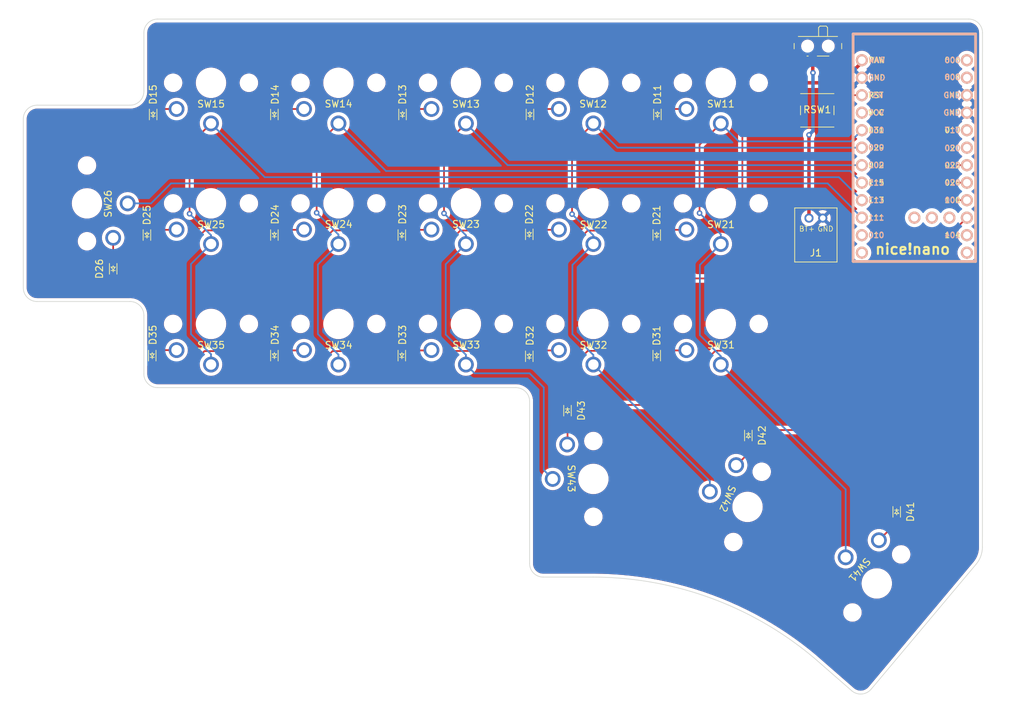
<source format=kicad_pcb>
(kicad_pcb (version 20211014) (generator pcbnew)
  (layers (0 "F.Cu" signal) (31 "B.Cu" signal) (34 "B.Paste" user) (35 "F.Paste" user) (36 "B.SilkS" user "B.Silkscreen") (37 "F.SilkS" user "F.Silkscreen") (38 "B.Mask" user) (39 "F.Mask" user) (44 "Edge.Cuts" user))
  (net 0 "")
  (net 1 "BT+")
  (net 2 "GND")
  (net 3 "row1")
  (net 4 "Net-(D11-Pad2)")
  (net 5 "Net-(D12-Pad2)")
  (net 6 "Net-(D13-Pad2)")
  (net 7 "Net-(D14-Pad2)")
  (net 8 "Net-(D15-Pad2)")
  (net 9 "row2")
  (net 10 "Net-(D21-Pad2)")
  (net 11 "Net-(D22-Pad2)")
  (net 12 "Net-(D23-Pad2)")
  (net 13 "Net-(D24-Pad2)")
  (net 14 "Net-(D25-Pad2)")
  (net 15 "Net-(D26-Pad2)")
  (net 16 "row3")
  (net 17 "Net-(D31-Pad2)")
  (net 18 "Net-(D32-Pad2)")
  (net 19 "Net-(D33-Pad2)")
  (net 20 "Net-(D34-Pad2)")
  (net 21 "Net-(D35-Pad2)")
  (net 22 "row4")
  (net 23 "Net-(D41-Pad2)")
  (net 24 "Net-(D42-Pad2)")
  (net 25 "Net-(D43-Pad2)")
  (net 27 "VCC")
  (net 28 "reset")
  (net 29 "col1")
  (net 30 "col2")
  (net 31 "col3")
  (net 32 "col4")
  (net 33 "col5")
  (net 34 "col6")
  (net 36 "raw")
  (footprint "karn-kicad:kailh-choc-v1-1u-MBK-keycap" (layer "F.Cu") (at 94.5 57.5)
    (fp_text reference "SW24")
    (fp_text value "SW_Push" hide)
  )
  (footprint "karn-kicad:kailh-choc-v1-1u-MBK-keycap" (layer "F.Cu") (at 131.5 57.5)
    (fp_text reference "SW22")
    (fp_text value "SW_Push" hide)
  )
  (footprint "karn-kicad:diode-smd-1N4148X-TP" (layer "F.Cu") (at 140.7 79.5985 90)
    (fp_text reference "D31")
    (fp_text value "D" hide)
  )
  (footprint "karn-kicad:kailh-choc-v1-1_5u-MBK-keycap" (layer "F.Cu") (at 131.5 97.5 -90)
    (fp_text reference "SW43")
    (fp_text value "SW_Push1.5" hide)
  )
  (footprint "karn-kicad:kailh-choc-v1-1u-MBK-keycap" (layer "F.Cu") (at 131.5 40)
    (fp_text reference "SW12")
    (fp_text value "SW_Push" hide)
  )
  (footprint "karn-kicad:diode-smd-1N4148X-TP" (layer "F.Cu") (at 85.2 62.1 90)
    (fp_text reference "D24")
    (fp_text value "D" hide)
  )
  (footprint "karn-kicad:kailh-choc-v1-1u-MBK-keycap" (layer "F.Cu") (at 113 40)
    (fp_text reference "SW13")
    (fp_text value "SW_Push" hide)
  )
  (footprint "karn-kicad:diode-smd-1N4148X-TP" (layer "F.Cu") (at 140.7 62.1 90)
    (fp_text reference "D21")
    (fp_text value "D" hide)
  )
  (footprint "karn-kicad:kailh-choc-v1-1_5u-MBK-keycap" (layer "F.Cu") (at 58.000256 57.5 90)
    (fp_text reference "SW26")
    (fp_text value "SW_Push1.5" hide)
  )
  (footprint "kbd:S2B-PH-K-SLFSN" (layer "F.Cu") (at 162.8 59.639206)
    (fp_text reference "J1")
    (fp_text value "S2B-PH-K-SLFSN" hide)
  )
  (footprint "nice-nano-kicad-master:nice_nano" (layer "F.Cu") (at 178.212809 49.46675)
    (fp_text reference "U1" hide)
    (fp_text value "nice!nano v2" hide)
  )
  (footprint "karn-kicad:kailh-choc-v1-1u-MBK-keycap" (layer "F.Cu") (at 150 57.5)
    (fp_text reference "SW21")
    (fp_text value "SW_Push" hide)
  )
  (footprint "karn-kicad:kailh-choc-v1-1u-MBK-keycap" (layer "F.Cu") (at 94.5 75)
    (fp_text reference "SW34")
    (fp_text value "SW_Push" hide)
  )
  (footprint "karn-kicad:diode-smd-1N4148X-TP" (layer "F.Cu") (at 85.2 44.6 90)
    (fp_text reference "D14")
    (fp_text value "D" hide)
  )
  (footprint "karn-kicad:kailh-choc-v1-1u-MBK-keycap" (layer "F.Cu") (at 150 75)
    (fp_text reference "SW31")
    (fp_text value "SW_Push" hide)
  )
  (footprint "karn-kicad:diode-smd-1N4148X-TP" (layer "F.Cu") (at 154 91.2 -90)
    (fp_text reference "D42")
    (fp_text value "D" hide)
  )
  (footprint "karn-kicad:diode-smd-1N4148X-TP" (layer "F.Cu") (at 61.8 67 90)
    (fp_text reference "D26")
    (fp_text value "D" hide)
  )
  (footprint "karn-kicad:kailh-choc-v1-1u-MBK-keycap" (layer "F.Cu") (at 76 57.5)
    (fp_text reference "SW25")
    (fp_text value "SW_Push" hide)
  )
  (footprint "karn-kicad:kailh-choc-v1-1_5u-MBK-keycap" (layer "F.Cu") (at 153.879011 101.559149 -112)
    (fp_text reference "SW42")
    (fp_text value "SW_Push1.5" hide)
  )
  (footprint "karn-kicad:kailh-choc-v1-1_5u-MBK-keycap" (layer "F.Cu") (at 172.644734 112.671401 -130)
    (fp_text reference "SW41")
    (fp_text value "SW_Push1.5" hide)
  )
  (footprint "karn-kicad:diode-smd-1N4148X-TP" (layer "F.Cu") (at 67.46943 79.6 90)
    (fp_text reference "D35")
    (fp_text value "D" hide)
  )
  (footprint "karn-kicad:kailh-choc-v1-1u-MBK-keycap" (layer "F.Cu") (at 113 57.5)
    (fp_text reference "SW23")
    (fp_text value "SW_Push" hide)
  )
  (footprint "karn-kicad:kailh-choc-v1-1u-MBK-keycap" (layer "F.Cu") (at 94.5 40)
    (fp_text reference "SW14")
    (fp_text value "SW_Push" hide)
  )
  (footprint "karn-kicad:kailh-choc-v1-1u-MBK-keycap" (layer "F.Cu") (at 113 75)
    (fp_text reference "SW33")
    (fp_text value "SW_Push" hide)
  )
  (footprint "karn-kicad:diode-smd-1N4148X-TP" (layer "F.Cu") (at 127.746341 87.590674 -90)
    (fp_text reference "D43")
    (fp_text value "D" hide)
  )
  (footprint "karn-kicad:diode-smd-1N4148X-TP" (layer "F.Cu") (at 175.529717 102.277786 -90)
    (fp_text reference "D41")
    (fp_text value "D" hide)
  )
  (footprint "karn-kicad:diode-smd-1N4148X-TP" (layer "F.Cu") (at 103.7 79.6 90)
    (fp_text reference "D33")
    (fp_text value "D" hide)
  )
  (footprint "karn-kicad:diode-smd-1N4148X-TP" (layer "F.Cu") (at 122.2 61.9985 90)
    (fp_text reference "D22")
    (fp_text value "D" hide)
  )
  (footprint "karn-kicad:diode-smd-1N4148X-TP" (layer "F.Cu") (at 140.8 44.6 90)
    (fp_text reference "D11")
    (fp_text value "D" hide)
  )
  (footprint "karn-kicad:diode-smd-1N4148X-TP" (layer "F.Cu") (at 103.8 44.6 90)
    (fp_text reference "D13")
    (fp_text value "D" hide)
  )
  (footprint "karn-kicad:diode-smd-1N4148X-TP" (layer "F.Cu") (at 85.2 79.6 90)
    (fp_text reference "D34")
    (fp_text value "D" hide)
  )
  (footprint "karn-kicad:kailh-choc-v1-1u-MBK-keycap" (layer "F.Cu") (at 76 75)
    (fp_text reference "SW35")
    (fp_text value "SW_Push" hide)
  )
  (footprint "karn-kicad:reset-switch-TL3313AF250QG" (layer "F.Cu") (at 164 44 180)
    (fp_text reference "RSW1")
    (fp_text value "RSW_Push" hide)
  )
  (footprint "karn-kicad:diode-smd-1N4148X-TP" (layer "F.Cu") (at 122.3 44.6 90)
    (fp_text reference "D12")
    (fp_text value "D" hide)
  )
  (footprint "karn-kicad:kailh-choc-v1-1u-MBK-keycap" (layer "F.Cu") (at 131.5 75)
    (fp_text reference "SW32")
    (fp_text value "SW_Push" hide)
  )
  (footprint "Button_Switch_SMD:SW_SPDT_PCM12" (layer "F.Cu") (at 164.1 35 180)
    (fp_text reference "SW_POWER1" hide)
    (fp_text value "SW_SPDT" hide)
  )
  (footprint "karn-kicad:kailh-choc-v1-1u-MBK-keycap" (layer "F.Cu") (at 76 40)
    (fp_text reference "SW15")
    (fp_text value "SW_Push" hide)
  )
  (footprint "karn-kicad:diode-smd-1N4148X-TP" (layer "F.Cu") (at 103.7 62.1 90)
    (fp_text reference "D23")
    (fp_text value "D" hide)
  )
  (footprint "karn-kicad:diode-smd-1N4148X-TP" (layer "F.Cu") (at 122.2 79.7 90)
    (fp_text reference "D32")
    (fp_text value "D" hide)
  )
  (footprint "karn-kicad:kailh-choc-v1-1u-MBK-keycap" (layer "F.Cu") (at 150 40)
    (fp_text reference "SW11")
    (fp_text value "SW_Push" hide)
  )
  (footprint "karn-kicad:diode-smd-1N4148X-TP" (layer "F.Cu") (at 67.598338 44.6 90)
    (fp_text reference "D15")
    (fp_text value "D" hide)
  )
  (footprint "karn-kicad:diode-smd-1N4148X-TP" (layer "F.Cu") (at 66.7 62.1 90)
    (fp_text reference "D25")
    (fp_text value "D" hide)
  )
  (gr_arc (start 68.250287 84.249914) (mid 66.836073 83.664128) (end 66.250287 82.249914) (layer "Edge.Cuts") (width 0.1))
  (gr_line (start 187.070038 109.87051) (end 171.832641 128.012978) (layer "Edge.Cuts") (width 0.1))
  (gr_line (start 64.250287 71.749914) (end 50.750287 71.749914) (layer "Edge.Cuts") (width 0.1))
  (gr_line (start 187.975163 107.370511) (end 187.990287 32.749914) (layer "Edge.Cuts") (width 0.1))
  (gr_line (start 50.750287 43.249914) (end 64.250287 43.249914) (layer "Edge.Cuts") (width 0.1))
  (gr_arc (start 124.220039 111.749914) (mid 122.816475 111.16227) (end 122.250287 109.749914) (layer "Edge.Cuts") (width 0.1))
  (gr_arc (start 187.975163 107.370511) (mid 187.741915 108.699913) (end 187.070038 109.87051) (layer "Edge.Cuts") (width 0.1))
  (gr_line (start 48.750287 69.749914) (end 48.750287 45.249914) (layer "Edge.Cuts") (width 0.1))
  (gr_arc (start 171.832641 128.012978) (mid 170.474863 128.719786) (end 169.014977 128.259492) (layer "Edge.Cuts") (width 0.1))
  (gr_arc (start 66.250287 32.749914) (mid 66.836073 31.3357) (end 68.250287 30.749914) (layer "Edge.Cuts") (width 0.1))
  (gr_arc (start 66.250287 41.249914) (mid 65.664501 42.664128) (end 64.250287 43.249914) (layer "Edge.Cuts") (width 0.1))
  (gr_line (start 66.250287 41.249914) (end 66.250287 32.749914) (layer "Edge.Cuts") (width 0.1))
  (gr_arc (start 120.250287 84.249914) (mid 121.664501 84.8357) (end 122.250287 86.249914) (layer "Edge.Cuts") (width 0.1))
  (gr_line (start 68.250287 30.749914) (end 185.990287 30.749914) (layer "Edge.Cuts") (width 0.1))
  (gr_line (start 131.470039 111.749914) (end 124.220039 111.749914) (layer "Edge.Cuts") (width 0.1))
  (gr_line (start 169.014977 128.259492) (end 163.569817 123.510597) (layer "Edge.Cuts") (width 0.1))
  (gr_arc (start 64.250287 71.749914) (mid 65.664501 72.3357) (end 66.250287 73.749914) (layer "Edge.Cuts") (width 0.1))
  (gr_arc (start 131.470039 111.749914) (mid 148.557152 114.799241) (end 163.569817 123.510597) (layer "Edge.Cuts") (width 0.1))
  (gr_arc (start 50.750287 71.749914) (mid 49.336073 71.164128) (end 48.750287 69.749914) (layer "Edge.Cuts") (width 0.1))
  (gr_arc (start 185.990287 30.749914) (mid 187.404501 31.3357) (end 187.990287 32.749914) (layer "Edge.Cuts") (width 0.1))
  (gr_line (start 122.250287 86.249914) (end 122.250287 109.749914) (layer "Edge.Cuts") (width 0.1))
  (gr_line (start 120.250287 84.249914) (end 68.250287 84.249914) (layer "Edge.Cuts") (width 0.1))
  (gr_line (start 66.250287 82.249914) (end 66.250287 73.749914) (layer "Edge.Cuts") (width 0.1))
  (gr_arc (start 48.750287 45.249914) (mid 49.336073 43.8357) (end 50.750287 43.249914) (layer "Edge.Cuts") (width 0.1))
  (gr_text "BT+" (at 162.5 61.2) (layer "F.SilkS") (effects (font (size 0.75 0.75) (thickness 0.1))))
  (gr_text "GND" (at 165.2 61.2) (layer "F.SilkS") (effects (font (size 0.75 0.75) (thickness 0.1))))
  (segment (start 162.799999 47.571502) (end 162.799999 59.639206) (width 0.5) (layer "F.Cu") (net 1))
  (segment (start 163.35 36.43) (end 163.35 38.506477) (width 0.5) (layer "F.Cu") (net 1))
  (segment (start 162.809002 47.562499) (end 162.799999 47.571502) (width 0.5) (layer "F.Cu") (net 1))
  (segment (start 163.35 38.506477) (end 163.379892 38.536369) (width 0.5) (layer "F.Cu") (net 1))
  (via (at 163.379892 38.536369) (size 0.8) (drill 0.4) (layers "F.Cu" "B.Cu") (net 1))
  (via (at 162.809002 47.562499) (size 0.8) (drill 0.4) (layers "F.Cu" "B.Cu") (net 1))
  (segment (start 163.379892 46.991609) (end 162.809002 47.562499) (width 0.5) (layer "B.Cu") (net 1))
  (segment (start 163.379892 38.536369) (end 163.379892 46.991609) (width 0.5) (layer "B.Cu") (net 1))
  (segment (start 93.665067 43.905671) (end 95.651236 43.905671) (width 0.25) (layer "F.Cu") (net 3))
  (segment (start 95.651236 43.905671) (end 97.162375 45.41681) (width 0.25) (layer "F.Cu") (net 3))
  (segment (start 112.177655 43.92066) (end 114.192284 43.92066) (width 0.25) (layer "F.Cu") (net 3))
  (segment (start 73.021209 45.972168) (end 75.051929 43.941448) (width 0.25) (layer "F.Cu") (net 3))
  (segment (start 173.868398 57.720142) (end 173.868398 66.521114) (width 0.25) (layer "F.Cu") (net 3))
  (segment (start 122.794506 45.955695) (end 128.637597 45.955695) (width 0.25) (layer "F.Cu") (net 3))
  (segment (start 85.268206 45.407655) (end 85.870844 46.010293) (width 0.25) (layer "F.Cu") (net 3))
  (segment (start 122.268613 45.429802) (end 122.794506 45.955695) (width 0.25) (layer "F.Cu") (net 3))
  (segment (start 185.72 51.95675) (end 179.63179 51.95675) (width 0.25) (layer "F.Cu") (net 3))
  (segment (start 78.593256 45.3985) (end 85.2 45.3985) (width 0.25) (layer "F.Cu") (net 3))
  (segment (start 128.637597 45.955695) (end 130.661462 43.93183) (width 0.25) (layer "F.Cu") (net 3))
  (segment (start 115.698348 45.408414) (end 122.295024 45.408414) (width 0.25) (layer "F.Cu") (net 3))
  (segment (start 97.17153 45.407655) (end 103.768206 45.407655) (width 0.25) (layer "F.Cu") (net 3))
  (segment (start 147.144037 45.948708) (end 141.337192 45.948708) (width 0.25) (layer "F.Cu") (net 3))
  (segment (start 179.63179 51.95675) (end 173.868398 57.720142) (width 0.25) (layer "F.Cu") (net 3))
  (segment (start 77.136204 43.941448) (end 78.593256 45.3985) (width 0.25) (layer "F.Cu") (net 3))
  (segment (start 150.982854 43.924603) (end 149.168142 43.924603) (width 0.25) (layer "F.Cu") (net 3))
  (segment (start 103.795024 45.408414) (end 104.426554 46.039944) (width 0.25) (layer "F.Cu") (net 3))
  (segment (start 153.133376 65.276636) (end 153.133376 46.075126) (width 0.25) (layer "F.Cu") (net 3))
  (segment (start 85.870844 46.010293) (end 91.560445 46.010293) (width 0.25) (layer "F.Cu") (net 3))
  (segment (start 173.13509 67.254422) (end 155.111162 67.254422) (width 0.25) (layer "F.Cu") (net 3))
  (segment (start 114.192284 43.92066) (end 115.689193 45.417569) (width 0.25) (layer "F.Cu") (net 3))
  (segment (start 134.171937 45.429802) (end 140.768613 45.429802) (width 0.25) (layer "F.Cu") (net 3))
  (segment (start 67.598338 45.3985) (end 68.172006 45.972168) (width 0.25) (layer "F.Cu") (net 3))
  (segment (start 173.868398 66.521114) (end 173.13509 67.254422) (width 0.25) (layer "F.Cu") (net 3))
  (segment (start 141.337192 45.948708) (end 140.793176 45.404692) (width 0.25) (layer "F.Cu") (net 3))
  (segment (start 75.051929 43.941448) (end 77.136204 43.941448) (width 0.25) (layer "F.Cu") (net 3))
  (segment (start 132.655655 43.93183) (end 134.162782 45.438957) (width 0.25) (layer "F.Cu") (net 3))
  (segment (start 155.111162 67.254422) (end 153.133376 65.276636) (width 0.25) (layer "F.Cu") (net 3))
  (segment (start 104.426554 46.039944) (end 110.058371 46.039944) (width 0.25) (layer "F.Cu") (net 3))
  (segment (start 153.133376 46.075126) (end 150.982854 43.924603) (width 0.25) (layer "F.Cu") (net 3))
  (segment (start 110.058371 46.039944) (end 112.177655 43.92066) (width 0.25) (layer "F.Cu") (net 3))
  (segment (start 68.172006 45.972168) (end 73.021209 45.972168) (width 0.25) (layer "F.Cu") (net 3))
  (segment (start 91.560445 46.010293) (end 93.665067 43.905671) (width 0.25) (layer "F.Cu") (net 3))
  (segment (start 130.661462 43.93183) (end 132.655655 43.93183) (width 0.25) (layer "F.Cu") (net 3))
  (segment (start 149.168142 43.924603) (end 147.144037 45.948708) (width 0.25) (layer "F.Cu") (net 3))
  (segment (start 140.8015 43.8) (end 140.8 43.8015) (width 0.25) (layer "F.Cu") (net 4))
  (segment (start 145 43.8) (end 140.8015 43.8) (width 0.25) (layer "F.Cu") (net 4))
  (segment (start 122.3 43.8015) (end 126.4985 43.8015) (width 0.25) (layer "F.Cu") (net 5))
  (segment (start 126.4985 43.8015) (end 126.5 43.8) (width 0.25) (layer "F.Cu") (net 5))
  (segment (start 107.9985 43.8015) (end 108 43.8) (width 0.25) (layer "F.Cu") (net 6))
  (segment (start 103.8 43.8015) (end 107.9985 43.8015) (width 0.25) (layer "F.Cu") (net 6))
  (segment (start 85.2 43.8015) (end 89.4985 43.8015) (width 0.25) (layer "F.Cu") (net 7))
  (segment (start 89.4985 43.8015) (end 89.5 43.8) (width 0.25) (layer "F.Cu") (net 7))
  (segment (start 67.598338 43.8015) (end 70.9985 43.8015) (width 0.25) (layer "F.Cu") (net 8))
  (segment (start 70.9985 43.8015) (end 71 43.8) (width 0.25) (layer "F.Cu") (net 8))
  (segment (start 77.0515 61.418404) (end 78.569906 62.93681) (width 0.25) (layer "F.Cu") (net 9))
  (segment (start 67.195193 63.438556) (end 73.086578 63.438556) (width 0.25) (layer "F.Cu") (net 9))
  (segment (start 123.012938 63.503965) (end 123.010841 63.506062) (width 0.25) (layer "F.Cu") (net 9))
  (segment (start 130.672649 61.4524) (end 128.621084 63.503965) (width 0.25) (layer "F.Cu") (net 9))
  (segment (start 112.192109 61.437963) (end 110.170143 63.459929) (width 0.25) (layer "F.Cu") (net 9))
  (segment (start 175.037621 58.274862) (end 175.037621 67.506719) (width 0.25) (layer "F.Cu") (net 9))
  (segment (start 85.261653 62.945965) (end 85.773171 63.457483) (width 0.25) (layer "F.Cu") (net 9))
  (segment (start 65.884886 62.8985) (end 66.7 62.8985) (width 0.25) (layer "F.Cu") (net 9))
  (segment (start 66.693447 62.93681) (end 67.195193 63.438556) (width 0.25) (layer "F.Cu") (net 9))
  (segment (start 91.645012 63.457483) (end 93.683819 61.418676) (width 0.25) (layer "F.Cu") (net 9))
  (segment (start 134.156229 62.977267) (end 132.631362 61.4524) (width 0.25) (layer "F.Cu") (net 9))
  (segment (start 122.909062 63.506062) (end 122.2 62.797) (width 0.25) (layer "F.Cu") (net 9))
  (segment (start 75.10673 61.418404) (end 77.0515 61.418404) (width 0.25) (layer "F.Cu") (net 9))
  (segment (start 122.2 62.797) (end 115.65396 62.797) (width 0.25) (layer "F.Cu") (net 9))
  (segment (start 123.010841 63.506062) (end 122.909062 63.506062) (width 0.25) (layer "F.Cu") (net 9))
  (segment (start 174.145993 68.398347) (end 146.199847 68.398347) (width 0.25) (layer "F.Cu") (net 9))
  (segment (start 95.634206 61.418676) (end 97.11403 62.8985) (width 0.25) (layer "F.Cu") (net 9))
  (segment (start 78.569906 62.93681) (end 85.193447 62.93681) (width 0.25) (layer "F.Cu") (net 9))
  (segment (start 134.165384 62.968112) (end 140.76206 62.968112) (width 0.25) (layer "F.Cu") (net 9))
  (segment (start 65.216102 67.105259) (end 65.216102 63.567284) (width 0.25) (layer "F.Cu") (net 9))
  (segment (start 73.086578 63.438556) (end 75.10673 61.418404) (width 0.25) (layer "F.Cu") (net 9))
  (segment (start 185.72 54.49675) (end 178.815733 54.49675) (width 0.25) (layer "F.Cu") (net 9))
  (segment (start 115.65396 62.797) (end 114.294923 61.437963) (width 0.25) (layer "F.Cu") (net 9))
  (segment (start 85.773171 63.457483) (end 91.645012 63.457483) (width 0.25) (layer "F.Cu") (net 9))
  (segment (start 128.621084 63.503965) (end 123.012938 63.503965) (width 0.25) (layer "F.Cu") (net 9))
  (segment (start 64.522861 67.7985) (end 65.216102 67.105259) (width 0.25) (layer "F.Cu") (net 9))
  (segment (start 146.199847 68.398347) (end 140.7 62.8985) (width 0.25) (layer "F.Cu") (net 9))
  (segment (start 61.8 67.7985) (end 64.522861 67.7985) (width 0.25) (layer "F.Cu") (net 9))
  (segment (start 132.631362 61.4524) (end 130.672649 61.4524) (width 0.25) (layer "F.Cu") (net 9))
  (segment (start 114.294923 61.437963) (end 112.192109 61.437963) (width 0.25) (layer "F.Cu") (net 9))
  (segment (start 110.170143 63.459929) (end 104.261429 63.459929) (width 0.25) (layer "F.Cu") (net 9))
  (segment (start 93.683819 61.418676) (end 95.634206 61.418676) (width 0.25) (layer "F.Cu") (net 9))
  (segment (start 97.11403 62.8985) (end 103.7 62.8985) (width 0.25) (layer "F.Cu") (net 9))
  (segment (start 65.216102 63.567284) (end 65.884886 62.8985) (width 0.25) (layer "F.Cu") (net 9))
  (segment (start 104.261429 63.459929) (end 103.7 62.8985) (width 0.25) (layer "F.Cu") (net 9))
  (segment (start 178.815733 54.49675) (end 175.037621 58.274862) (width 0.25) (layer "F.Cu") (net 9))
  (segment (start 175.037621 67.506719) (end 174.145993 68.398347) (width 0.25) (layer "F.Cu") (net 9))
  (segment (start 144.993447 61.33831) (end 140.794947 61.33831) (width 0.25) (layer "F.Cu") (net 10))
  (segment (start 122.293447 61.33981) (end 126.491947 61.33981) (width 0.25) (layer "F.Cu") (net 11))
  (segment (start 103.793447 61.33981) (end 107.991947 61.33981) (width 0.25) (layer "F.Cu") (net 12))
  (segment (start 85.193447 61.33981) (end 89.491947 61.33981) (width 0.25) (layer "F.Cu") (net 13))
  (segment (start 70.991947 61.33981) (end 70.993447 61.33831) (width 0.25) (layer "F.Cu") (net 14))
  (segment (start 66.693447 61.33981) (end 70.991947 61.33981) (width 0.25) (layer "F.Cu") (net 14))
  (segment (start 61.8 66.2015) (end 61.8 62.500256) (width 0.25) (layer "F.Cu") (net 15))
  (segment (start 61.8 62.500256) (end 61.800256 62.5) (width 0.25) (layer "F.Cu") (net 15))
  (segment (start 122.2 80.4985) (end 122.678753 80.977253) (width 0.25) (layer "F.Cu") (net 16))
  (segment (start 130.695739 78.907595) (end 132.631852 78.907595) (width 0.25) (layer "F.Cu") (net 16))
  (segment (start 185.72 57.03675) (end 177.887028 57.03675) (width 0.25) (layer "F.Cu") (net 16))
  (segment (start 176.185618 58.73816) (end 176.185618 74.649708) (width 0.25) (layer "F.Cu") (net 16))
  (segment (start 68.053885 80.982955) (end 67.46943 80.3985) (width 0.25) (layer "F.Cu") (net 16))
  (segment (start 149.209297 78.89349) (end 147.199595 80.903192) (width 0.25) (layer "F.Cu") (net 16))
  (segment (start 103.643063 80.455437) (end 103.7 80.3985) (width 0.25) (layer "F.Cu") (net 16))
  (segment (start 85.2 80.3985) (end 78.499492 80.3985) (width 0.25) (layer "F.Cu") (net 16))
  (segment (start 147.199595 80.903192) (end 141.206192 80.903192) (width 0.25) (layer "F.Cu") (net 16))
  (segment (start 85.2 80.3985) (end 85.857538 81.056038) (width 0.25) (layer "F.Cu") (net 16))
  (segment (start 85.857538 81.056038) (end 91.524742 81.056038) (width 0.25) (layer "F.Cu") (net 16))
  (segment (start 93.635338 78.945442) (end 95.639121 78.945442) (width 0.25) (layer "F.Cu") (net 16))
  (segment (start 103.757284 80.456196) (end 103.7 80.398912) (width 0.25) (layer "F.Cu") (net 16))
  (segment (start 141.206192 80.903192) (end 140.7 80.397) (width 0.25) (layer "F.Cu") (net 16))
  (segment (start 132.631852 78.907595) (end 134.121257 80.397) (width 0.25) (layer "F.Cu") (net 16))
  (segment (start 103.7 80.398912) (end 103.7 80.3985) (width 0.25) (layer "F.Cu") (net 16))
  (segment (start 77.046324 78.945332) (end 75.058087 78.945332) (width 0.25) (layer "F.Cu") (net 16))
  (segment (start 171.941836 78.89349) (end 149.209297 78.89349) (width 0.25) (layer "F.Cu") (net 16))
  (segment (start 176.185618 74.649708) (end 171.941836 78.89349) (width 0.25) (layer "F.Cu") (net 16))
  (segment (start 97.092179 80.3985) (end 103.7 80.3985) (width 0.25) (layer "F.Cu") (net 16))
  (segment (start 91.524742 81.056038) (end 93.635338 78.945442) (width 0.25) (layer "F.Cu") (net 16))
  (segment (start 104.199761 80.898261) (end 109.455752 80.898261) (width 0.25) (layer "F.Cu") (net 16))
  (segment (start 134.121257 80.397) (end 140.7 80.397) (width 0.25) (layer "F.Cu") (net 16))
  (segment (start 95.639121 78.945442) (end 97.092179 80.3985) (width 0.25) (layer "F.Cu") (net 16))
  (segment (start 115.491588 80.4985) (end 122.2 80.4985) (width 0.25) (layer "F.Cu") (net 16))
  (segment (start 111.429404 78.924609) (end 113.917697 78.924609) (width 0.25) (layer "F.Cu") (net 16))
  (segment (start 177.887028 57.03675) (end 176.185618 58.73816) (width 0.25) (layer "F.Cu") (net 16))
  (segment (start 140.619416 80.477584) (end 140.7 80.397) (width 0.25) (layer "F.Cu") (net 16))
  (segment (start 128.626081 80.977253) (end 130.695739 78.907595) (width 0.25) (layer "F.Cu") (net 16))
  (segment (start 73.020464 80.982955) (end 68.053885 80.982955) (width 0.25) (layer "F.Cu") (net 16))
  (segment (start 122.157696 80.456196) (end 122.2 80.4985) (width 0.25) (layer "F.Cu") (net 16))
  (segment (start 113.917697 78.924609) (end 115.491588 80.4985) (width 0.25) (layer "F.Cu") (net 16))
  (segment (start 122.678753 80.977253) (end 128.626081 80.977253) (width 0.25) (layer "F.Cu") (net 16))
  (segment (start 75.058087 78.945332) (end 73.020464 80.982955) (width 0.25) (layer "F.Cu") (net 16))
  (segment (start 78.499492 80.3985) (end 77.046324 78.945332) (width 0.25) (layer "F.Cu") (net 16))
  (segment (start 103.7 80.3985) (end 104.199761 80.898261) (width 0.25) (layer "F.Cu") (net 16))
  (segment (start 109.455752 80.898261) (end 111.429404 78.924609) (width 0.25) (layer "F.Cu") (net 16))
  (segment (start 144.96226 78.847782) (end 140.76376 78.847782) (width 0.25) (layer "F.Cu") (net 17))
  (segment (start 122.26226 78.849282) (end 126.46076 78.849282) (width 0.25) (layer "F.Cu") (net 18))
  (segment (start 103.76226 78.849282) (end 107.96076 78.849282) (width 0.25) (layer "F.Cu") (net 19))
  (segment (start 85.16226 78.849282) (end 89.46076 78.849282) (width 0.25) (layer "F.Cu") (net 20))
  (segment (start 70.9985 78.8015) (end 71 78.8) (width 0.25) (layer "F.Cu") (net 21))
  (segment (start 70.96076 78.849282) (end 70.96226 78.847782) (width 0.25) (layer "F.Cu") (net 21))
  (segment (start 67.46943 78.8015) (end 70.9985 78.8015) (width 0.25) (layer "F.Cu") (net 21))
  (segment (start 175.529717 101.479286) (end 176.686129 101.479286) (width 0.25) (layer "F.Cu") (net 22))
  (segment (start 176.686129 101.479286) (end 177.279253 100.886162) (width 0.25) (layer "F.Cu") (net 22))
  (segment (start 164.451931 90.4015) (end 175.529717 101.479286) (width 0.25) (layer "F.Cu") (net 22))
  (segment (start 185.72 59.57675) (end 177.279253 68.017497) (width 0.25) (layer "F.Cu") (net 22))
  (segment (start 154 90.4015) (end 164.451931 90.4015) (width 0.25) (layer "F.Cu") (net 22))
  (segment (start 150.361531 86.763031) (end 154 90.4015) (width 0.25) (layer "F.Cu") (net 22))
  (segment (start 127.751599 86.763031) (end 150.361531 86.763031) (width 0.25) (layer "F.Cu") (net 22))
  (segment (start 177.279253 68.017497) (end 177.279253 100.886162) (width 0.25) (layer "F.Cu") (net 22))
  (segment (start 175.529717 103.076286) (end 175.529717 103.816572) (width 0.25) (layer "F.Cu") (net 23))
  (segment (start 175.529717 103.816572) (end 172.947703 106.398586) (width 0.25) (layer "F.Cu") (net 23))
  (segment (start 154 93.79031) (end 151.849734 95.940576) (width 0.25) (layer "F.Cu") (net 24))
  (segment (start 154 91.9985) (end 154 93.79031) (width 0.25) (layer "F.Cu") (net 24))
  (segment (start 127.751599 92.448401) (end 127.7 92.5) (width 0.25) (layer "F.Cu") (net 25))
  (segment (start 127.751599 88.360031) (end 127.751599 92.448401) (width 0.25) (layer "F.Cu") (net 25))
  (segment (start 170.48 41.79675) (end 167.630399 41.79675) (width 0.25) (layer "F.Cu") (net 28))
  (segment (start 167.630399 41.79675) (end 166.927149 42.5) (width 0.25) (layer "F.Cu") (net 28))
  (segment (start 146.914906 48.985094) (end 146.914906 58.911655) (width 0.25) (layer "F.Cu") (net 29))
  (segment (start 150 45.9) (end 146.914906 48.985094) (width 0.25) (layer "F.Cu") (net 29))
  (via (at 146.914906 58.911655) (size 0.8) (drill 0.4) (layers "F.Cu" "B.Cu") (net 29))
  (segment (start 170.48 46.87675) (end 168.854925 48.501825) (width 0.25) (layer "B.Cu") (net 29))
  (segment (start 152.601825 48.501825) (end 150 45.9) (width 0.25) (layer "B.Cu") (net 29))
  (segment (start 146.914906 58.911655) (end 150 61.996749) (width 0.25) (layer "B.Cu") (net 29))
  (segment (start 146.960877 76.643195) (end 150 79.682318) (width 0.25) (layer "B.Cu") (net 29))
  (segment (start 150 61.996749) (end 150 63.4) (width 0.25) (layer "B.Cu") (net 29))
  (segment (start 150 79.682318) (end 150 80.9) (width 0.25) (layer "B.Cu") (net 29))
  (segment (start 168.125072 99.025072) (end 168.125072 108.878954) (width 0.25) (layer "B.Cu") (net 29))
  (segment (start 168.854925 48.501825) (end 152.601825 48.501825) (width 0.25) (layer "B.Cu") (net 29))
  (segment (start 146.960877 66.439123) (end 146.960877 76.643195) (width 0.25) (layer "B.Cu") (net 29))
  (segment (start 150 80.9) (end 168.125072 99.025072) (width 0.25) (layer "B.Cu") (net 29))
  (segment (start 150 63.4) (end 146.960877 66.439123) (width 0.25) (layer "B.Cu") (net 29))
  (segment (start 128.40709 48.99291) (end 128.40709 59.059238) (width 0.25) (layer "F.Cu") (net 30))
  (segment (start 131.5 45.9) (end 128.40709 48.99291) (width 0.25) (layer "F.Cu") (net 30))
  (via (at 128.40709 59.059238) (size 0.8) (drill 0.4) (layers "F.Cu" "B.Cu") (net 30))
  (segment (start 128.462045 76.472305) (end 131.5 79.51026) (width 0.25) (layer "B.Cu") (net 30))
  (segment (start 131.5 80.9) (end 148.408626 97.808626) (width 0.25) (layer "B.Cu") (net 30))
  (segment (start 131.5 62.152148) (end 131.5 63.4) (width 0.25) (layer "B.Cu") (net 30))
  (segment (start 131.5 63.4) (end 128.462045 66.437955) (width 0.25) (layer "B.Cu") (net 30))
  (segment (start 131.5 79.51026) (end 131.5 80.9) (width 0.25) (layer "B.Cu") (net 30))
  (segment (start 131.5 45.9) (end 135.01675 49.41675) (width 0.25) (layer "B.Cu") (net 30))
  (segment (start 135.01675 49.41675) (end 170.78 49.41675) (width 0.25) (layer "B.Cu") (net 30))
  (segment (start 128.462045 66.437955) (end 128.462045 76.472305) (width 0.25) (layer "B.Cu") (net 30))
  (segment (start 148.408626 97.808626) (end 148.408626 99.34897) (width 0.25) (layer "B.Cu") (net 30))
  (segment (start 128.40709 59.059238) (end 131.5 62.152148) (width 0.25) (layer "B.Cu") (net 30))
  (segment (start 109.822724 49.077276) (end 109.822724 58.949488) (width 0.25) (layer "F.Cu") (net 31))
  (segment (start 113 45.9) (end 109.822724 49.077276) (width 0.25) (layer "F.Cu") (net 31))
  (via (at 109.822724 58.949488) (size 0.8) (drill 0.4) (layers "F.Cu" "B.Cu") (net 31))
  (segment (start 113 62.126764) (end 113 63.4) (width 0.25) (layer "B.Cu") (net 31))
  (segment (start 113 45.9) (end 119.05675 51.95675) (width 0.25) (layer "B.Cu") (net 31))
  (segment (start 109.822724 58.949488) (end 113 62.126764) (width 0.25) (layer "B.Cu") (net 31))
  (segment (start 110.069807 66.330193) (end 110.069807 76.54929) (width 0.25) (layer "B.Cu") (net 31))
  (segment (start 124.305279 84.228963) (end 124.305279 96.205279) (width 0.25) (layer "B.Cu") (net 31))
  (segment (start 113 80.9) (end 114.266422 82.166422) (width 0.25) (layer "B.Cu") (net 31))
  (segment (start 124.305279 96.205279) (end 125.6 97.5) (width 0.25) (layer "B.Cu") (net 31))
  (segment (start 119.05675 51.95675) (end 170.78 51.95675) (width 0.25) (layer "B.Cu") (net 31))
  (segment (start 110.069807 76.54929) (end 113 79.479483) (width 0.25) (layer "B.Cu") (net 31))
  (segment (start 122.242738 82.166422) (end 124.305279 84.228963) (width 0.25) (layer "B.Cu") (net 31))
  (segment (start 114.266422 82.166422) (end 122.242738 82.166422) (width 0.25) (layer "B.Cu") (net 31))
  (segment (start 113 63.4) (end 110.069807 66.330193) (width 0.25) (layer "B.Cu") (net 31))
  (segment (start 113 79.479483) (end 113 80.9) (width 0.25) (layer "B.Cu") (net 31))
  (segment (start 91.334186 49.065814) (end 91.334186 58.869191) (width 0.25) (layer "F.Cu") (net 32))
  (segment (start 94.5 45.9) (end 91.334186 49.065814) (width 0.25) (layer "F.Cu") (net 32))
  (via (at 91.334186 58.869191) (size 0.8) (drill 0.4) (layers "F.Cu" "B.Cu") (net 32))
  (segment (start 94.5 79.461843) (end 94.5 80.9) (width 0.25) (layer "B.Cu") (net 32))
  (segment (start 91.517506 66.382494) (end 91.517506 76.479349) (width 0.25) (layer "B.Cu") (net 32))
  (segment (start 94.5 62.035005) (end 94.5 63.4) (width 0.25) (layer "B.Cu") (net 32))
  (segment (start 91.334186 58.869191) (end 94.5 62.035005) (width 0.25) (layer "B.Cu") (net 32))
  (segment (start 94.5 63.4) (end 91.517506 66.382494) (width 0.25) (layer "B.Cu") (net 32))
  (segment (start 94.5 45.9) (end 101.4 52.8) (width 0.25) (layer "B.Cu") (net 32))
  (segment (start 101.4 52.8) (end 168.78325 52.8) (width 0.25) (layer "B.Cu") (net 32))
  (segment (start 168.78325 52.8) (end 170.48 54.49675) (width 0.25) (layer "B.Cu") (net 32))
  (segment (start 91.517506 76.479349) (end 94.5 79.461843) (width 0.25) (layer "B.Cu") (net 32))
  (segment (start 76 45.9) (end 72.886259 49.013741) (width 0.25) (layer "F.Cu") (net 33))
  (segment (start 72.886259 49.013741) (end 72.886259 59.004863) (width 0.25) (layer "F.Cu") (net 33))
  (via (at 72.886259 59.004863) (size 0.8) (drill 0.4) (layers "F.Cu" "B.Cu") (net 33))
  (segment (start 76 63.4) (end 73.090009 66.309991) (width 0.25) (layer "B.Cu") (net 33))
  (segment (start 73.090009 66.309991) (end 73.090009 76.479349) (width 0.25) (layer "B.Cu") (net 33))
  (segment (start 73.090009 76.479349) (end 76 79.38934) (width 0.25) (layer "B.Cu") (net 33))
  (segment (start 76 62.118604) (end 76 63.4) (width 0.25) (layer "B.Cu") (net 33))
  (segment (start 167.14325 53.7) (end 170.48 57.03675) (width 0.25) (layer "B.Cu") (net 33))
  (segment (start 72.886259 59.004863) (end 76 62.118604) (width 0.25) (layer "B.Cu") (net 33))
  (segment (start 76 79.38934) (end 76 80.9) (width 0.25) (layer "B.Cu") (net 33))
  (segment (start 76 45.9) (end 83.8 53.7) (width 0.25) (layer "B.Cu") (net 33))
  (segment (start 83.8 53.7) (end 167.14325 53.7) (width 0.25) (layer "B.Cu") (net 33))
  (segment (start 70.2 54.6) (end 165.50325 54.6) (width 0.25) (layer "B.Cu") (net 34))
  (segment (start 165.50325 54.6) (end 170.48 59.57675) (width 0.25) (layer "B.Cu") (net 34))
  (segment (start 63.900256 57.5) (end 67.3 57.5) (width 0.25) (layer "B.Cu") (net 34))
  (segment (start 67.3 57.5) (end 70.2 54.6) (width 0.25) (layer "B.Cu") (net 34))
  (segment (start 161.85 36.43) (end 161.85 39.35) (width 0.5) (layer "F.Cu") (net 36))
  (segment (start 161.85 39.35) (end 162.5 40) (width 0.5) (layer "F.Cu") (net 36))
  (segment (start 162.5 40) (end 167.49675 40) (width 0.5) (layer "F.Cu") (net 36))
  (segment (start 167.49675 40) (end 170.78 36.71675) (width 0.5) (layer "F.Cu") (net 36))
  (zone (net 2) (net_name "GND") (layer "F.Cu") (connect_pads (clearance 0.5)) (min_thickness 0.254) (fill yes (thermal_gap 0.508) (thermal_bridge_width 0.508))
    (polygon (pts (xy 194.014938 132.760656) (xy 45.385615 133.351033) (xy 45.370677 27.980433) (xy 194 27.980432)))
  )
  (zone (net 2) (net_name "GND") (layer "B.Cu") (connect_pads (clearance 0.5)) (min_thickness 0.254) (fill yes (thermal_gap 0.508) (thermal_bridge_width 0.508))
    (polygon (pts (xy 194.014934 132.759687) (xy 45.385612 133.350064) (xy 45.370678 27.980433) (xy 194 27.980432)))
  )
)
</source>
